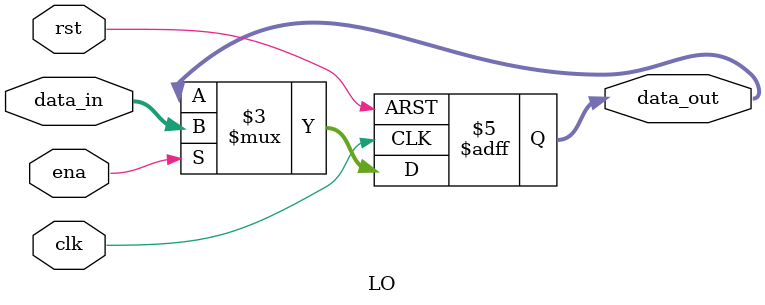
<source format=v>
`timescale 1ns / 1ps


module LO#(parameter startAddress = 32'h00000000)
(input clk,rst,ena,
input [31:0]data_in,
output reg [31:0] data_out
);

always@(posedge clk or posedge rst)
begin
if (rst)
data_out <= startAddress;
else if (ena)
data_out <= data_in;
else
data_out <= data_out;
end
endmodule

</source>
